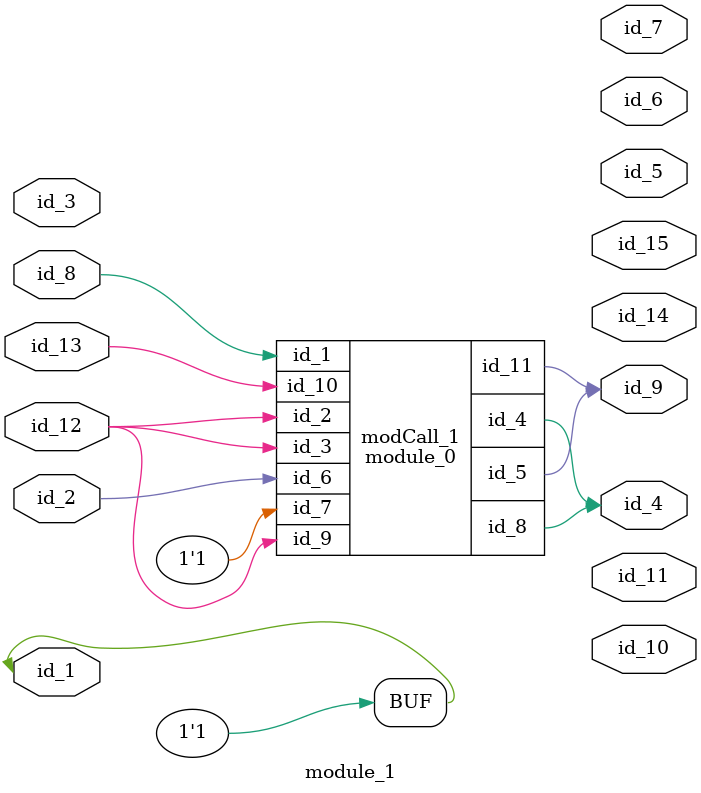
<source format=v>
module module_0 (
    id_1,
    id_2,
    id_3,
    id_4,
    id_5,
    id_6,
    id_7,
    id_8,
    id_9,
    id_10,
    id_11
);
  output wire id_11;
  input wire id_10;
  input wire id_9;
  output wire id_8;
  input wire id_7;
  input wire id_6;
  output wire id_5;
  output wire id_4;
  input wire id_3;
  input wire id_2;
  input wire id_1;
endmodule
module module_1 (
    id_1,
    id_2,
    id_3,
    id_4,
    id_5,
    id_6,
    id_7,
    id_8,
    id_9,
    id_10,
    id_11,
    id_12,
    id_13,
    id_14,
    id_15
);
  output wire id_15;
  output wire id_14;
  inout wire id_13;
  inout wire id_12;
  output wire id_11;
  output wire id_10;
  output wire id_9;
  input wire id_8;
  output wire id_7;
  output wire id_6;
  output wire id_5;
  output wire id_4;
  inout wire id_3;
  input wire id_2;
  inout wire id_1;
  assign id_1 = -1;
  module_0 modCall_1 (
      id_8,
      id_12,
      id_12,
      id_4,
      id_9,
      id_2,
      id_1,
      id_4,
      id_12,
      id_13,
      id_9
  );
endmodule

</source>
